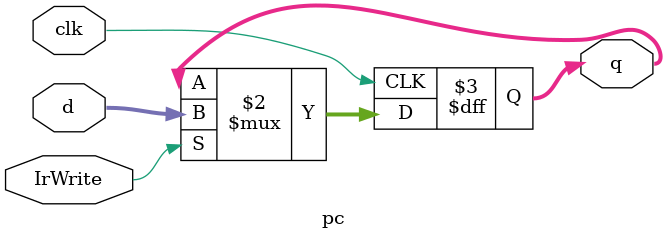
<source format=v>
module pc # (parameter WIDTH = 8)
               (input                    clk, IrWrite,
                input      [WIDTH - 1:0] d,
                output reg [WIDTH - 1:0] q);

    always @ (posedge clk)
        q <= IrWrite ? d : q;
endmodule
</source>
